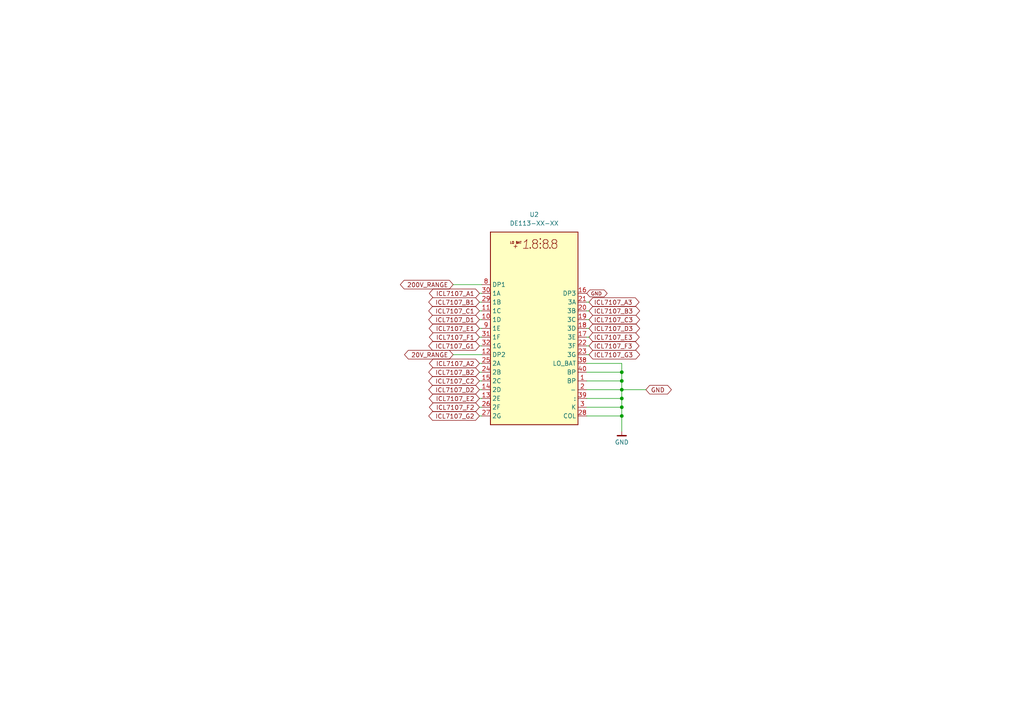
<source format=kicad_sch>
(kicad_sch (version 20211123) (generator eeschema)
  (paper "A4")
  (lib_symbols
    (symbol "Display_Character:DE113-XX-XX"
      (property "Reference" "U" (at -11.43 29.21 0))
      (property "Value" "DE113-XX-XX" (at -11.938 -30.226 0))
      (symbol "DE113-XX-XX_0_0"
        (text "+" (at -5.461 23.876 0) (effects (font (size 1.27 1.27) italic)))
        (text "." (at -1.143 24.384 0) (effects (font (size 2.54 2.54))))
        (text "." (at 1.778 24.384 0) (effects (font (size 2.54 2.54))))
        (text "." (at 4.572 24.384 0) (effects (font (size 2.54 2.54))))
        (text "1" (at -2.413 24.384 0) (effects (font (size 2.54 2.54) italic)))
        (text "8" (at 0.254 24.384 0) (effects (font (size 2.54 2.54))))
        (text "8" (at 3.302 24.384 0) (effects (font (size 2.54 2.54))))
        (text "8" (at 5.842 24.384 0) (effects (font (size 2.54 2.54))))
        (text ":" (at 1.778 25.654 0) (effects (font (size 2.54 2.54))))
        (text "LO BAT" (at -5.334 24.892 0) (effects (font (size 0.635 0.635))))
      )
      (symbol "DE113-XX-XX_0_1"
        (rectangle (start -12.7 27.94) (end 12.7 -27.94) (stroke (width 0.254)) (fill (type background)))
      )
      (symbol "DE113-XX-XX_1_1"
        (pin input line (at 15.24 -15.24 180) (length 2.54) (name "BP") (number "1"))
        (pin input line (at -15.24 2.54 0) (length 2.54) (name "1D") (number "10"))
        (pin input line (at -15.24 5.08 0) (length 2.54) (name "1C") (number "11"))
        (pin input line (at -15.24 -7.62 0) (length 2.54) (name "DP2") (number "12"))
        (pin input line (at -15.24 -20.32 0) (length 2.54) (name "2E") (number "13"))
        (pin input line (at -15.24 -17.78 0) (length 2.54) (name "2D") (number "14"))
        (pin input line (at -15.24 -15.24 0) (length 2.54) (name "2C") (number "15"))
        (pin input line (at 15.24 10.16 180) (length 2.54) (name "DP3") (number "16"))
        (pin input line (at 15.24 -2.54 180) (length 2.54) (name "3E") (number "17"))
        (pin input line (at 15.24 0 180) (length 2.54) (name "3D") (number "18"))
        (pin input line (at 15.24 2.54 180) (length 2.54) (name "3C") (number "19"))
        (pin input line (at 15.24 -17.78 180) (length 2.54) (name "-") (number "2"))
        (pin input line (at 15.24 5.08 180) (length 2.54) (name "3B") (number "20"))
        (pin input line (at 15.24 7.62 180) (length 2.54) (name "3A") (number "21"))
        (pin input line (at 15.24 -5.08 180) (length 2.54) (name "3F") (number "22"))
        (pin input line (at 15.24 -7.62 180) (length 2.54) (name "3G") (number "23"))
        (pin input line (at -15.24 -12.7 0) (length 2.54) (name "2B") (number "24"))
        (pin input line (at -15.24 -10.16 0) (length 2.54) (name "2A") (number "25"))
        (pin input line (at -15.24 -22.86 0) (length 2.54) (name "2F") (number "26"))
        (pin input line (at -15.24 -25.4 0) (length 2.54) (name "2G") (number "27"))
        (pin input line (at 15.24 -25.4 180) (length 2.54) (name "COL") (number "28"))
        (pin input line (at -15.24 7.62 0) (length 2.54) (name "1B") (number "29"))
        (pin input line (at 15.24 -22.86 180) (length 2.54) (name "K") (number "3"))
        (pin input line (at -15.24 10.16 0) (length 2.54) (name "1A") (number "30"))
        (pin input line (at -15.24 -2.54 0) (length 2.54) (name "1F") (number "31"))
        (pin input line (at -15.24 -5.08 0) (length 2.54) (name "1G") (number "32"))
        (pin no_connect line (at 15.24 12.7 180) (length 2.54) hide (name "NC") (number "33"))
        (pin no_connect line (at 15.24 15.24 180) (length 2.54) hide (name "NC") (number "34"))
        (pin no_connect line (at 15.24 17.78 180) (length 2.54) hide (name "NC") (number "35"))
        (pin no_connect line (at 15.24 20.32 180) (length 2.54) hide (name "NC") (number "36"))
        (pin no_connect line (at 15.24 22.86 180) (length 2.54) hide (name "NC") (number "37"))
        (pin input line (at 15.24 -10.16 180) (length 2.54) (name "LO_BAT") (number "38"))
        (pin input line (at 15.24 -20.32 180) (length 2.54) (name ":") (number "39"))
        (pin no_connect line (at -15.24 22.86 0) (length 2.54) hide (name "NC") (number "4"))
        (pin input line (at 15.24 -12.7 180) (length 2.54) (name "BP") (number "40"))
        (pin no_connect line (at -15.24 20.32 0) (length 2.54) hide (name "NC") (number "5"))
        (pin no_connect line (at -15.24 17.78 0) (length 2.54) hide (name "NC") (number "6"))
        (pin no_connect line (at -15.24 15.24 0) (length 2.54) hide (name "NC") (number "7"))
        (pin input line (at -15.24 12.7 0) (length 2.54) (name "DP1") (number "8"))
        (pin input line (at -15.24 0 0) (length 2.54) (name "1E") (number "9"))
      )
    )
    (symbol "priums:GND"
      (property "Reference" "#" (at 3.81 3.81 0))
      (property "Value" "GND" (at 3.81 5.08 0))
      (symbol "GND_0_1"
        (polyline (pts (xy -1.27 -1.27) (xy 1.27 -1.27)) (stroke (width 0.4)))
        (polyline (pts (xy 0 -1.27) (xy 0 0)))
      )
      (symbol "GND_1_1"
        (pin power_in line (at 0 0 270) (length 0) hide (name "GND") (number "1"))
      )
    )
  )
  (junction (at 180.34 118.11))
  (junction (at 180.34 107.95))
  (junction (at 180.34 113.03))
  (junction (at 180.34 115.57))
  (junction (at 180.34 120.65))
  (junction (at 180.34 110.49))
  (wire (pts (xy 170.18 118.11) (xy 180.34 118.11)))
  (wire (pts (xy 139.065 113.03) (xy 139.7 113.03)))
  (wire (pts (xy 139.065 100.33) (xy 139.7 100.33)))
  (wire (pts (xy 180.34 118.11) (xy 180.34 120.65)))
  (wire (pts (xy 139.065 110.49) (xy 139.7 110.49)))
  (wire (pts (xy 180.34 113.03) (xy 187.325 113.03)))
  (wire (pts (xy 180.34 115.57) (xy 180.34 118.11)))
  (wire (pts (xy 139.065 87.63) (xy 139.7 87.63)))
  (wire (pts (xy 170.815 100.33) (xy 170.18 100.33)))
  (wire (pts (xy 139.065 120.65) (xy 139.7 120.65)))
  (wire (pts (xy 139.065 97.79) (xy 139.7 97.79)))
  (wire (pts (xy 170.18 105.41) (xy 180.34 105.41)))
  (wire (pts (xy 170.18 110.49) (xy 180.34 110.49)))
  (wire (pts (xy 180.34 110.49) (xy 180.34 113.03)))
  (wire (pts (xy 170.815 90.17) (xy 170.18 90.17)))
  (wire (pts (xy 139.065 95.25) (xy 139.7 95.25)))
  (wire (pts (xy 170.815 92.71) (xy 170.18 92.71)))
  (wire (pts (xy 170.18 120.65) (xy 180.34 120.65)))
  (wire (pts (xy 170.18 107.95) (xy 180.34 107.95)))
  (wire (pts (xy 139.065 85.09) (xy 139.7 85.09)))
  (wire (pts (xy 170.18 113.03) (xy 180.34 113.03)))
  (wire (pts (xy 139.065 118.11) (xy 139.7 118.11)))
  (wire (pts (xy 180.34 120.65) (xy 180.34 125.095)))
  (wire (pts (xy 139.065 105.41) (xy 139.7 105.41)))
  (wire (pts (xy 170.815 102.87) (xy 170.18 102.87)))
  (wire (pts (xy 170.815 95.25) (xy 170.18 95.25)))
  (wire (pts (xy 139.065 92.71) (xy 139.7 92.71)))
  (wire (pts (xy 180.34 107.95) (xy 180.34 110.49)))
  (wire (pts (xy 131.445 102.87) (xy 139.7 102.87)))
  (wire (pts (xy 170.815 97.79) (xy 170.18 97.79)))
  (wire (pts (xy 170.18 115.57) (xy 180.34 115.57)))
  (wire (pts (xy 139.065 90.17) (xy 139.7 90.17)))
  (wire (pts (xy 180.34 113.03) (xy 180.34 115.57)))
  (wire (pts (xy 170.815 87.63) (xy 170.18 87.63)))
  (wire (pts (xy 139.065 107.95) (xy 139.7 107.95)))
  (wire (pts (xy 139.065 115.57) (xy 139.7 115.57)))
  (wire (pts (xy 131.445 82.55) (xy 139.7 82.55)))
  (wire (pts (xy 180.34 105.41) (xy 180.34 107.95)))
  (global_label "ICL7107_E1" (shape bidirectional) (at 139.065 95.25 180) (property "Intersheet References" "${INTERSHEET_REFS}" (effects hide)))
  (global_label "ICL7107_B2" (shape bidirectional) (at 139.065 107.95 180) (property "Intersheet References" "${INTERSHEET_REFS}" (effects hide)))
  (global_label "GND" (shape bidirectional) (at 170.18 85.09 0) (effects (font (size 1.016 1.016))) (property "Intersheet References" "${INTERSHEET_REFS}" (effects hide)))
  (global_label "ICL7107_A1" (shape bidirectional) (at 139.065 85.09 180) (property "Intersheet References" "${INTERSHEET_REFS}" (effects hide)))
  (global_label "GND" (shape bidirectional) (at 187.325 113.03 0) (property "Intersheet References" "${INTERSHEET_REFS}" (effects hide)))
  (global_label "ICL7107_B1" (shape bidirectional) (at 139.065 87.63 180) (property "Intersheet References" "${INTERSHEET_REFS}" (effects hide)))
  (global_label "ICL7107_B3" (shape bidirectional) (at 170.815 90.17 0) (property "Intersheet References" "${INTERSHEET_REFS}" (effects hide)))
  (global_label "ICL7107_E3" (shape bidirectional) (at 170.815 97.79 0) (property "Intersheet References" "${INTERSHEET_REFS}" (effects hide)))
  (global_label "ICL7107_D2" (shape bidirectional) (at 139.065 113.03 180) (property "Intersheet References" "${INTERSHEET_REFS}" (effects hide)))
  (global_label "20V_RANGE" (shape bidirectional) (at 131.445 102.87 180) (property "Intersheet References" "${INTERSHEET_REFS}" (effects hide)))
  (global_label "ICL7107_F2" (shape bidirectional) (at 139.065 118.11 180) (property "Intersheet References" "${INTERSHEET_REFS}" (effects hide)))
  (global_label "ICL7107_A2" (shape bidirectional) (at 139.065 105.41 180) (property "Intersheet References" "${INTERSHEET_REFS}" (effects hide)))
  (global_label "ICL7107_D3" (shape bidirectional) (at 170.815 95.25 0) (property "Intersheet References" "${INTERSHEET_REFS}" (effects hide)))
  (global_label "ICL7107_C1" (shape bidirectional) (at 139.065 90.17 180) (property "Intersheet References" "${INTERSHEET_REFS}" (effects hide)))
  (global_label "ICL7107_G2" (shape bidirectional) (at 139.065 120.65 180) (property "Intersheet References" "${INTERSHEET_REFS}" (effects hide)))
  (global_label "ICL7107_F3" (shape bidirectional) (at 170.815 100.33 0) (property "Intersheet References" "${INTERSHEET_REFS}" (effects hide)))
  (global_label "ICL7107_D1" (shape bidirectional) (at 139.065 92.71 180) (property "Intersheet References" "${INTERSHEET_REFS}" (effects hide)))
  (global_label "ICL7107_E2" (shape bidirectional) (at 139.065 115.57 180) (property "Intersheet References" "${INTERSHEET_REFS}" (effects hide)))
  (global_label "ICL7107_C2" (shape bidirectional) (at 139.065 110.49 180) (property "Intersheet References" "${INTERSHEET_REFS}" (effects hide)))
  (global_label "ICL7107_F1" (shape bidirectional) (at 139.065 97.79 180) (property "Intersheet References" "${INTERSHEET_REFS}" (effects hide)))
  (global_label "ICL7107_G3" (shape bidirectional) (at 170.815 102.87 0) (property "Intersheet References" "${INTERSHEET_REFS}" (effects hide)))
  (global_label "200V_RANGE" (shape bidirectional) (at 131.445 82.55 180) (property "Intersheet References" "${INTERSHEET_REFS}" (effects hide)))
  (global_label "ICL7107_C3" (shape bidirectional) (at 170.815 92.71 0) (property "Intersheet References" "${INTERSHEET_REFS}" (effects hide)))
  (global_label "ICL7107_G1" (shape bidirectional) (at 139.065 100.33 180) (property "Intersheet References" "${INTERSHEET_REFS}" (effects hide)))
  (global_label "ICL7107_A3" (shape bidirectional) (at 170.815 87.63 0) (property "Intersheet References" "${INTERSHEET_REFS}" (effects hide)))
  (symbol (lib_id "priums:GND") (at 180.34 125.095 0) (unit 1)
    (property "Reference" "#1" (effects hide))
    (property "Value" "GND" (at 180.34 128.27 0))
  )
  (symbol (lib_id "Display_Character:DE113-XX-XX") (at 154.94 95.25 0) (unit 1)
    (property "Reference" "U2" (at 154.94 62.23 0))
    (property "Value" "DE113-XX-XX" (at 154.94 64.77 0))
    (property "Footprint" "Display_7Segment:DE113-XX-XX" (effects hide))
    (property "Datasheet" "http://www.display-elektronik.de/filter/DE113-MS-20_75.pdf" (effects hide))
  )
)
</source>
